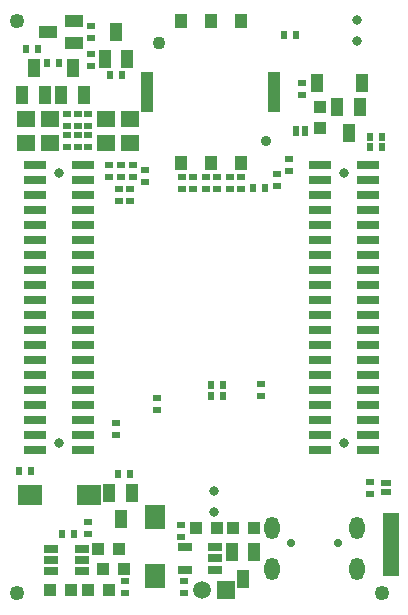
<source format=gbr>
G04 #@! TF.GenerationSoftware,KiCad,Pcbnew,5.1.0-rc2-unknown-036be7d~80~ubuntu16.04.1*
G04 #@! TF.CreationDate,2022-02-25T15:09:56+02:00*
G04 #@! TF.ProjectId,USB-gLINK_Rev_D,5553422d-674c-4494-9e4b-5f5265765f44,D*
G04 #@! TF.SameCoordinates,Original*
G04 #@! TF.FileFunction,Soldermask,Bot*
G04 #@! TF.FilePolarity,Negative*
%FSLAX46Y46*%
G04 Gerber Fmt 4.6, Leading zero omitted, Abs format (unit mm)*
G04 Created by KiCad (PCBNEW 5.1.0-rc2-unknown-036be7d~80~ubuntu16.04.1) date 2022-02-25 15:09:56*
%MOMM*%
%LPD*%
G04 APERTURE LIST*
%ADD10C,0.100000*%
%ADD11C,0.801600*%
%ADD12R,1.901600X0.801600*%
%ADD13R,2.101600X1.801600*%
%ADD14R,1.101600X1.501600*%
%ADD15R,1.501600X1.101600*%
%ADD16R,1.625600X1.371600*%
%ADD17R,0.601600X0.651600*%
%ADD18C,0.701600*%
%ADD19O,1.301600X1.901600*%
%ADD20R,0.651600X0.601600*%
%ADD21R,1.801600X2.101600*%
%ADD22R,1.117600X1.117600*%
%ADD23C,1.501600*%
%ADD24R,1.501600X1.501600*%
%ADD25C,1.254000*%
%ADD26R,1.301600X0.651600*%
%ADD27R,0.863600X0.609600*%
%ADD28R,0.609600X0.863600*%
%ADD29R,1.001600X1.201600*%
%ADD30R,1.101600X3.391600*%
%ADD31C,1.101600*%
%ADD32C,0.901600*%
G04 APERTURE END LIST*
D10*
G36*
X160147000Y-98806000D02*
G01*
X158877000Y-98806000D01*
X158877000Y-93599000D01*
X160147000Y-93599000D01*
X160147000Y-98806000D01*
G37*
X160147000Y-98806000D02*
X158877000Y-98806000D01*
X158877000Y-93599000D01*
X160147000Y-93599000D01*
X160147000Y-98806000D01*
D11*
X155575000Y-87630000D03*
D12*
X153543000Y-76835000D03*
X157607000Y-76835000D03*
X153543000Y-78105000D03*
X157607000Y-78105000D03*
X153543000Y-79375000D03*
X157607000Y-79375000D03*
X153543000Y-80645000D03*
X157607000Y-80645000D03*
X153543000Y-81915000D03*
X157607000Y-81915000D03*
X153543000Y-83185000D03*
X157607000Y-83185000D03*
X153543000Y-84455000D03*
X157607000Y-84455000D03*
X153543000Y-85725000D03*
X157607000Y-85725000D03*
X153543000Y-86995000D03*
X157607000Y-86995000D03*
X153543000Y-88265000D03*
X157607000Y-88265000D03*
X157607000Y-75565000D03*
X153543000Y-75565000D03*
X157607000Y-74295000D03*
X153543000Y-74295000D03*
X157607000Y-73025000D03*
X153543000Y-73025000D03*
X157607000Y-71755000D03*
X153543000Y-71755000D03*
X157607000Y-70485000D03*
X153543000Y-70485000D03*
X157607000Y-69215000D03*
X153543000Y-69215000D03*
X157607000Y-67945000D03*
X153543000Y-67945000D03*
X157607000Y-66675000D03*
X153543000Y-66675000D03*
X157607000Y-65405000D03*
X153543000Y-65405000D03*
X157607000Y-64135000D03*
X153543000Y-64135000D03*
D11*
X155575000Y-64770000D03*
X131445000Y-87630000D03*
D12*
X129413000Y-76835000D03*
X133477000Y-76835000D03*
X129413000Y-78105000D03*
X133477000Y-78105000D03*
X129413000Y-79375000D03*
X133477000Y-79375000D03*
X129413000Y-80645000D03*
X133477000Y-80645000D03*
X129413000Y-81915000D03*
X133477000Y-81915000D03*
X129413000Y-83185000D03*
X133477000Y-83185000D03*
X129413000Y-84455000D03*
X133477000Y-84455000D03*
X129413000Y-85725000D03*
X133477000Y-85725000D03*
X129413000Y-86995000D03*
X133477000Y-86995000D03*
X129413000Y-88265000D03*
X133477000Y-88265000D03*
X133477000Y-75565000D03*
X129413000Y-75565000D03*
X133477000Y-74295000D03*
X129413000Y-74295000D03*
X133477000Y-73025000D03*
X129413000Y-73025000D03*
X133477000Y-71755000D03*
X129413000Y-71755000D03*
X133477000Y-70485000D03*
X129413000Y-70485000D03*
X133477000Y-69215000D03*
X129413000Y-69215000D03*
X133477000Y-67945000D03*
X129413000Y-67945000D03*
X133477000Y-66675000D03*
X129413000Y-66675000D03*
X133477000Y-65405000D03*
X129413000Y-65405000D03*
X133477000Y-64135000D03*
X129413000Y-64135000D03*
D11*
X131445000Y-64770000D03*
D13*
X133945000Y-92075000D03*
X128945000Y-92075000D03*
D11*
X156654501Y-53605000D03*
X156654501Y-51805000D03*
X144526000Y-93483000D03*
X144526000Y-91683000D03*
D14*
X137220960Y-55082440D03*
X135318500Y-55082440D03*
X136273540Y-52872640D03*
D15*
X130469640Y-52829460D03*
X132679440Y-53784500D03*
X132679440Y-51882040D03*
D14*
X130235960Y-58130440D03*
X128333500Y-58130440D03*
X129288540Y-55920640D03*
D16*
X130682999Y-62230000D03*
X130682999Y-60198000D03*
D17*
X130429000Y-55499000D03*
X131445000Y-55499000D03*
D18*
X151035000Y-96144000D03*
X155035000Y-96144000D03*
D19*
X149435000Y-98294000D03*
X149435000Y-94824000D03*
X156635000Y-94824000D03*
X156635000Y-98294000D03*
D20*
X134112000Y-52324000D03*
X134112000Y-53340000D03*
D17*
X136779000Y-56515000D03*
X135763000Y-56515000D03*
D21*
X139573000Y-93893000D03*
X139573000Y-98893000D03*
D20*
X133921501Y-61595000D03*
X133921501Y-62611000D03*
D22*
X132461000Y-100076000D03*
X130683000Y-100076000D03*
X135636000Y-100076000D03*
X133858000Y-100076000D03*
D23*
X143525240Y-100058220D03*
D24*
X145554700Y-100055680D03*
D14*
X146052540Y-96901000D03*
X147955000Y-96901000D03*
X146999960Y-99110800D03*
D17*
X131699000Y-95377000D03*
X132715000Y-95377000D03*
D22*
X134747000Y-96647000D03*
X136525000Y-96647000D03*
X144780000Y-94869000D03*
X143002000Y-94869000D03*
D20*
X145923000Y-66167000D03*
X145923000Y-65151000D03*
X144780000Y-66167000D03*
X144780000Y-65151000D03*
X141859000Y-66167000D03*
X141859000Y-65151000D03*
X133032501Y-61595000D03*
X133032501Y-62611000D03*
X132143500Y-61595000D03*
X132143500Y-62611000D03*
D16*
X128650999Y-60198000D03*
X128650999Y-62230000D03*
D20*
X133032501Y-59817001D03*
X133032501Y-60833001D03*
X133921499Y-59817000D03*
X133921499Y-60833000D03*
D14*
X135702040Y-91856560D03*
X137604500Y-91856560D03*
X136649460Y-94066360D03*
D25*
X127889000Y-51943000D03*
X158750000Y-100330000D03*
D20*
X133858000Y-94361000D03*
X133858000Y-95377000D03*
X141986000Y-99314000D03*
X141986000Y-100330000D03*
X141732000Y-94615000D03*
X141732000Y-95631000D03*
X134112000Y-55753000D03*
X134112000Y-54737000D03*
D17*
X128651000Y-54292500D03*
X129667000Y-54292500D03*
D20*
X157734000Y-90932000D03*
X157734000Y-91948000D03*
D17*
X148844000Y-66040000D03*
X147828000Y-66040000D03*
D20*
X146812000Y-65151000D03*
X146812000Y-66167000D03*
X143891000Y-65151000D03*
X143891000Y-66167000D03*
X142748000Y-65151000D03*
X142748000Y-66167000D03*
D14*
X133537960Y-58130440D03*
X131635500Y-58130440D03*
X132590540Y-55920640D03*
D26*
X144683000Y-96456500D03*
X144683000Y-97406500D03*
X144683000Y-98356500D03*
X142083000Y-96456500D03*
X142083000Y-98356500D03*
D27*
X159131000Y-91059000D03*
X159131000Y-91821000D03*
D20*
X137033000Y-100330000D03*
X137033000Y-99314000D03*
D22*
X147955000Y-94869000D03*
X146177000Y-94869000D03*
D17*
X150495000Y-53086000D03*
X151511000Y-53086000D03*
D16*
X137414000Y-62230000D03*
X137414000Y-60198000D03*
X135382000Y-60198000D03*
X135382000Y-62230000D03*
D20*
X132143502Y-60833000D03*
X132143502Y-59817000D03*
D22*
X136906000Y-98298000D03*
X135128000Y-98298000D03*
D25*
X127889000Y-100330000D03*
D20*
X139700000Y-83820000D03*
X139700000Y-84836000D03*
D17*
X144271999Y-83629500D03*
X145287999Y-83629500D03*
X144272000Y-82740501D03*
X145288000Y-82740501D03*
D20*
X136271000Y-86995000D03*
X136271000Y-85979000D03*
D17*
X128079500Y-90043000D03*
X129095500Y-90043000D03*
X157734000Y-62611000D03*
X158750000Y-62611000D03*
D20*
X148526500Y-82677000D03*
X148526500Y-83693000D03*
D17*
X136398000Y-90297000D03*
X137414000Y-90297000D03*
D20*
X150876000Y-63627000D03*
X150876000Y-64643000D03*
X149860000Y-64897000D03*
X149860000Y-65913000D03*
D22*
X153543000Y-60960000D03*
X153543000Y-59182000D03*
D14*
X153294000Y-57150000D03*
X157094000Y-57150000D03*
X155953460Y-61427360D03*
X156908500Y-59217560D03*
X155006040Y-59217560D03*
D17*
X157734000Y-61722000D03*
X158750000Y-61722000D03*
D20*
X152019000Y-58166000D03*
X152019000Y-57150000D03*
D28*
X151511000Y-61214000D03*
X152273000Y-61214000D03*
D29*
X146812000Y-51942000D03*
X144272000Y-51942000D03*
X141732000Y-51942000D03*
X146812000Y-63892000D03*
X141732000Y-63892000D03*
X144272000Y-63892000D03*
D30*
X149630000Y-57912000D03*
X138887000Y-57912000D03*
D31*
X139932000Y-53762000D03*
D32*
X148932000Y-62062000D03*
D20*
X137668000Y-64135000D03*
X137668000Y-65151000D03*
X137414000Y-67183000D03*
X137414000Y-66167000D03*
X135636000Y-64135000D03*
X135636000Y-65151000D03*
X136652000Y-64135000D03*
X136652000Y-65151000D03*
X138684000Y-65532000D03*
X138684000Y-64516000D03*
X136525000Y-67183000D03*
X136525000Y-66167000D03*
D26*
X133380100Y-96586000D03*
X133380100Y-97536000D03*
X133380100Y-98486000D03*
X130779900Y-98486000D03*
X130779900Y-97536000D03*
X130779900Y-96586000D03*
M02*

</source>
